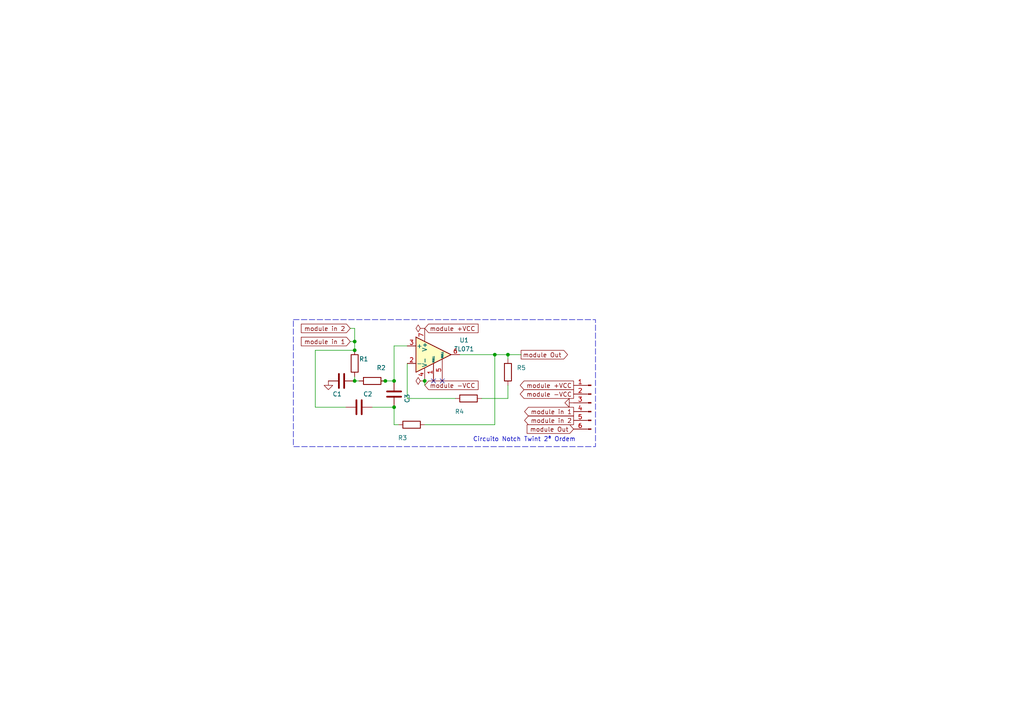
<source format=kicad_sch>
(kicad_sch (version 20230121) (generator eeschema)
  (paper "A4")
  (lib_symbols
    (symbol "Amplifier_Operational:TL071" (pin_names (offset 0.127))
      (property "Reference" "U" (at 0 6.35 0))
      (property "Value" "TL071" (at 0 3.81 0))
      (symbol "TL071_0_1"
        (polyline (pts (xy -5.08 5.08) (xy 5.08 0) (xy -5.08 -5.08) (xy -5.08 5.08)) (stroke (width 0.254)) (fill (type background)))
      )
      (symbol "TL071_1_1"
        (pin input line (at 0 -7.62 90) (length 5.08) (name "NULL") (number "1"))
        (pin input line (at -7.62 -2.54 0) (length 2.54) (name "-") (number "2"))
        (pin input line (at -7.62 2.54 0) (length 2.54) (name "+") (number "3"))
        (pin power_in line (at -2.54 -7.62 90) (length 3.81) (name "V-") (number "4"))
        (pin input line (at 2.54 -7.62 90) (length 6.35) (name "NULL") (number "5"))
        (pin output line (at 7.62 0 180) (length 2.54) (name "~") (number "6"))
        (pin power_in line (at -2.54 7.62 270) (length 3.81) (name "V+") (number "7"))
        (pin no_connect line (at 0 2.54 270) (length 2.54) hide (name "NC") (number "8"))
      )
    )
    (symbol "Connector:Conn_01x06_Pin" (pin_names (offset 1.016) hide)
      (property "Reference" "J" (at 0 7.62 0))
      (property "Value" "Conn_01x06_Pin" (at 0 -10.16 0))
      (symbol "Conn_01x06_Pin_1_1"
        (polyline (pts (xy 1.27 -7.62) (xy 0.8636 -7.62)) (stroke (width 0.1524)))
        (polyline (pts (xy 1.27 -5.08) (xy 0.8636 -5.08)) (stroke (width 0.1524)))
        (polyline (pts (xy 1.27 -2.54) (xy 0.8636 -2.54)) (stroke (width 0.1524)))
        (polyline (pts (xy 1.27 0) (xy 0.8636 0)) (stroke (width 0.1524)))
        (polyline (pts (xy 1.27 2.54) (xy 0.8636 2.54)) (stroke (width 0.1524)))
        (polyline (pts (xy 1.27 5.08) (xy 0.8636 5.08)) (stroke (width 0.1524)))
        (rectangle (start 0.8636 -7.493) (end 0 -7.747) (stroke (width 0.1524)) (fill (type outline)))
        (rectangle (start 0.8636 -4.953) (end 0 -5.207) (stroke (width 0.1524)) (fill (type outline)))
        (rectangle (start 0.8636 -2.413) (end 0 -2.667) (stroke (width 0.1524)) (fill (type outline)))
        (rectangle (start 0.8636 0.127) (end 0 -0.127) (stroke (width 0.1524)) (fill (type outline)))
        (rectangle (start 0.8636 2.667) (end 0 2.413) (stroke (width 0.1524)) (fill (type outline)))
        (rectangle (start 0.8636 5.207) (end 0 4.953) (stroke (width 0.1524)) (fill (type outline)))
        (pin passive line (at 5.08 5.08 180) (length 3.81) (name "Pin_1") (number "1"))
        (pin passive line (at 5.08 2.54 180) (length 3.81) (name "Pin_2") (number "2"))
        (pin passive line (at 5.08 0 180) (length 3.81) (name "Pin_3") (number "3"))
        (pin passive line (at 5.08 -2.54 180) (length 3.81) (name "Pin_4") (number "4"))
        (pin passive line (at 5.08 -5.08 180) (length 3.81) (name "Pin_5") (number "5"))
        (pin passive line (at 5.08 -7.62 180) (length 3.81) (name "Pin_6") (number "6"))
      )
    )
    (symbol "Device:C" (pin_numbers hide) (pin_names (offset 0.254))
      (property "Reference" "C" (at 0.635 2.54 0))
      (property "Value" "C" (at 0.635 -2.54 0))
      (symbol "C_0_1"
        (polyline (pts (xy -2.032 -0.762) (xy 2.032 -0.762)) (stroke (width 0.508)))
        (polyline (pts (xy -2.032 0.762) (xy 2.032 0.762)) (stroke (width 0.508)))
      )
      (symbol "C_1_1"
        (pin passive line (at 0 3.81 270) (length 2.794) (name "~") (number "1"))
        (pin passive line (at 0 -3.81 90) (length 2.794) (name "~") (number "2"))
      )
    )
    (symbol "Device:R" (pin_numbers hide) (pin_names (offset 0))
      (property "Reference" "R" (at 2.032 0 90))
      (property "Value" "R" (at 0 0 90))
      (symbol "R_0_1"
        (rectangle (start -1.016 2.54) (end 1.016 -2.54) (stroke (width 0.254)))
      )
      (symbol "R_1_1"
        (pin passive line (at 0 3.81 270) (length 1.27) (name "~") (number "1"))
        (pin passive line (at 0 -3.81 90) (length 1.27) (name "~") (number "2"))
      )
    )
    (symbol "power:GND" (power) (pin_names (offset 0))
      (property "Value" "GND" (at 0 -3.81 0))
      (symbol "GND_0_1"
        (polyline (pts (xy 0 0) (xy 0 -1.27) (xy 1.27 -1.27) (xy 0 -2.54) (xy -1.27 -1.27) (xy 0 -1.27)))
      )
      (symbol "GND_1_1"
        (pin power_in line (at 0 0 270) (length 0) hide (name "GND") (number "1"))
      )
    )
    (symbol "power:PWR_FLAG" (power) (pin_numbers hide) (pin_names (offset 0) hide)
      (property "Value" "PWR_FLAG" (at 0 3.81 0))
      (symbol "PWR_FLAG_0_0"
        (pin power_out line (at 0 0 90) (length 0) (name "pwr") (number "1"))
      )
      (symbol "PWR_FLAG_0_1"
        (polyline (pts (xy 0 0) (xy 0 1.27) (xy -1.016 1.905) (xy 0 2.54) (xy 1.016 1.905) (xy 0 1.27)))
      )
    )
  )
  (junction (at 114.3 118.11))
  (junction (at 102.87 110.49))
  (junction (at 102.87 101.6))
  (junction (at 123.19 110.49))
  (junction (at 102.87 99.06))
  (junction (at 143.51 102.87))
  (junction (at 114.3 110.49))
  (junction (at 147.32 102.87))
  (junction (at 111.76 110.49))
  (no_connect (at 125.73 110.49))
  (no_connect (at 128.27 110.49))
  (wire (pts (xy 91.44 101.6) (xy 91.44 118.11)))
  (wire (pts (xy 133.35 102.87) (xy 143.51 102.87)))
  (wire (pts (xy 139.7 115.57) (xy 147.32 115.57)))
  (wire (pts (xy 147.32 115.57) (xy 147.32 111.76)))
  (wire (pts (xy 114.3 100.33) (xy 114.3 110.49)))
  (wire (pts (xy 147.32 102.87) (xy 147.32 104.14)))
  (wire (pts (xy 101.6 95.25) (xy 102.87 95.25)))
  (wire (pts (xy 102.87 109.22) (xy 102.87 110.49)))
  (wire (pts (xy 114.3 118.11) (xy 114.3 123.19)))
  (wire (pts (xy 123.19 111.76) (xy 123.19 110.49)))
  (wire (pts (xy 114.3 100.33) (xy 118.11 100.33)))
  (wire (pts (xy 143.51 102.87) (xy 147.32 102.87)))
  (wire (pts (xy 123.19 123.19) (xy 143.51 123.19)))
  (wire (pts (xy 132.08 115.57) (xy 118.11 115.57)))
  (wire (pts (xy 143.51 102.87) (xy 143.51 123.19)))
  (wire (pts (xy 111.76 110.49) (xy 114.3 110.49)))
  (wire (pts (xy 102.87 99.06) (xy 102.87 101.6)))
  (wire (pts (xy 107.95 118.11) (xy 114.3 118.11)))
  (wire (pts (xy 102.87 110.49) (xy 104.14 110.49)))
  (wire (pts (xy 91.44 118.11) (xy 100.33 118.11)))
  (wire (pts (xy 110.49 110.49) (xy 111.76 110.49)))
  (wire (pts (xy 118.11 115.57) (xy 118.11 105.41)))
  (wire (pts (xy 91.44 101.6) (xy 102.87 101.6)))
  (wire (pts (xy 147.32 102.87) (xy 151.13 102.87)))
  (wire (pts (xy 115.57 123.19) (xy 114.3 123.19)))
  (wire (pts (xy 102.87 95.25) (xy 102.87 99.06)))
  (wire (pts (xy 101.6 99.06) (xy 102.87 99.06)))
  (rectangle (start 85.09 92.71) (end 172.72 129.54) (stroke (width 0) (type dash)))
  (text "Circuito Notch Twint 2ª Ordem" (at 137.16 128.27 0) (effects (font (size 1.27 1.27)) (justify left bottom)))
  (global_label "module +VCC" (shape input) (at 123.19 95.25 0) (property "Intersheetrefs" "${INTERSHEET_REFS}" (effects hide)))
  (global_label "module Out" (shape output) (at 151.13 102.87 0) (property "Intersheetrefs" "${INTERSHEET_REFS}" (effects hide)))
  (global_label "module in 2" (shape output) (at 166.37 121.92 180) (property "Intersheetrefs" "${INTERSHEET_REFS}" (effects hide)))
  (global_label "module -VCC" (shape input) (at 123.19 111.76 0) (property "Intersheetrefs" "${INTERSHEET_REFS}" (effects hide)))
  (global_label "module in 2" (shape input) (at 101.6 95.25 180) (property "Intersheetrefs" "${INTERSHEET_REFS}" (effects hide)))
  (global_label "module Out" (shape input) (at 166.37 124.46 180) (property "Intersheetrefs" "${INTERSHEET_REFS}" (effects hide)))
  (global_label "module in 1" (shape output) (at 166.37 119.38 180) (property "Intersheetrefs" "${INTERSHEET_REFS}" (effects hide)))
  (global_label "module +VCC" (shape output) (at 166.37 111.76 180) (property "Intersheetrefs" "${INTERSHEET_REFS}" (effects hide)))
  (global_label "module in 1" (shape input) (at 101.6 99.06 180) (property "Intersheetrefs" "${INTERSHEET_REFS}" (effects hide)))
  (global_label "module -VCC" (shape output) (at 166.37 114.3 180) (property "Intersheetrefs" "${INTERSHEET_REFS}" (effects hide)))
  (symbol (lib_id "Device:R") (at 147.32 107.95 0) (unit 1)
    (property "Reference" "R5" (at 149.86 106.68 0) (effects (justify left)))
    (property "Value" "R" (effects hide))
    (property "Footprint" "Resistor_THT:R_Axial_DIN0207_L6.3mm_D2.5mm_P7.62mm_Horizontal" (effects hide))
  )
  (symbol (lib_id "Device:R") (at 107.95 110.49 270) (mirror x) (unit 1)
    (property "Reference" "R2" (at 109.22 106.68 90) (effects (justify left)))
    (property "Value" "R" (effects hide))
    (property "Footprint" "Resistor_THT:R_Axial_DIN0207_L6.3mm_D2.5mm_P7.62mm_Horizontal" (effects hide))
  )
  (symbol (lib_id "Device:C") (at 99.06 110.49 90) (unit 1)
    (property "Reference" "C1" (at 97.79 114.3 90))
    (property "Value" "C" (effects hide))
  )
  (symbol (lib_id "Device:C") (at 114.3 114.3 180) (unit 1)
    (property "Reference" "C3" (at 118.11 115.57 90))
    (property "Value" "C" (effects hide))
  )
  (symbol (lib_id "Device:R") (at 119.38 123.19 90) (mirror x) (unit 1)
    (property "Reference" "R3" (at 118.11 127 90) (effects (justify left)))
    (property "Value" "R" (effects hide))
    (property "Footprint" "Resistor_THT:R_Axial_DIN0207_L6.3mm_D2.5mm_P7.62mm_Horizontal" (effects hide))
  )
  (symbol (lib_id "power:PWR_FLAG") (at 123.19 110.49 90) (unit 1)
    (property "Reference" "#FLG02" (effects hide))
    (property "Value" "PWR_FLAG" (effects hide))
  )
  (symbol (lib_id "power:PWR_FLAG") (at 123.19 95.25 90) (unit 1)
    (property "Reference" "#FLG01" (effects hide))
    (property "Value" "PWR_FLAG" (effects hide))
  )
  (symbol (lib_id "Device:C") (at 104.14 118.11 270) (unit 1)
    (property "Reference" "C2" (at 106.68 114.3 90))
    (property "Value" "C" (effects hide))
  )
  (symbol (lib_id "Device:R") (at 102.87 105.41 0) (unit 1)
    (property "Reference" "R1" (at 104.14 104.14 0) (effects (justify left)))
    (property "Value" "R" (effects hide))
    (property "Footprint" "Resistor_THT:R_Axial_DIN0207_L6.3mm_D2.5mm_P7.62mm_Horizontal" (effects hide))
  )
  (symbol (lib_id "power:GND") (at 166.37 116.84 270) (unit 1)
    (property "Reference" "#PWR02" (effects hide))
    (property "Value" "GND" (effects hide))
  )
  (symbol (lib_id "Amplifier_Operational:TL071") (at 125.73 102.87 0) (unit 1)
    (property "Reference" "U1" (at 134.62 98.6791 0))
    (property "Value" "TL071" (at 134.62 101.2191 0))
    (property "Footprint" "Package_DIP:DIP-8_W7.62mm_Socket" (effects hide))
    (property "Datasheet" "http://www.ti.com/lit/ds/symlink/tl071.pdf" (effects hide))
  )
  (symbol (lib_id "Device:R") (at 135.89 115.57 90) (mirror x) (unit 1)
    (property "Reference" "R4" (at 134.62 119.38 90) (effects (justify left)))
    (property "Value" "R" (effects hide))
    (property "Footprint" "Resistor_THT:R_Axial_DIN0207_L6.3mm_D2.5mm_P7.62mm_Horizontal" (effects hide))
  )
  (symbol (lib_id "power:GND") (at 95.25 110.49 0) (unit 1)
    (property "Reference" "#PWR01" (effects hide))
    (property "Value" "GND" (effects hide))
  )
  (symbol (lib_id "Connector:Conn_01x06_Pin") (at 171.45 116.84 0) (mirror y) (unit 1)
    (property "Reference" "J1" (effects hide))
    (property "Value" "Conn_01x06_Pin" (effects hide))
    (property "Footprint" "Connector_PinHeader_2.54mm:PinHeader_1x06_P2.54mm_Vertical" (effects hide))
  )
)
</source>
